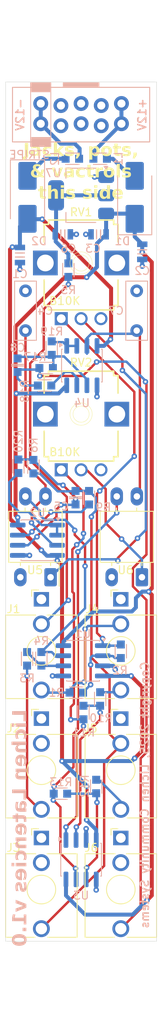
<source format=kicad_pcb>
(kicad_pcb (version 20241229) (generator "pcbnew") (generator_version "9.0")
  (layers (0 "F.Cu" signal) (4 "In1.Cu" signal) (6 "In2.Cu" signal) (2 "B.Cu" signal) (13 "F.Paste" user) (15 "B.Paste" user) (5 "F.SilkS" user "F.Silkscreen") (7 "B.SilkS" user "B.Silkscreen") (1 "F.Mask" user) (3 "B.Mask" user) (25 "Edge.Cuts" user))
  (net 0 "")
  (net 1 "GND")
  (net 2 "-12V")
  (net 3 "+12V")
  (net 4 "/Left Gate/L_VACTROL_OUTPUT")
  (net 5 "L_OUTPUT")
  (net 6 "/Right Gate/R_VACTROL_OUTPUT")
  (net 7 "/Right Gate/R_OUT_BUFFERED")
  (net 8 "Net-(D1-A)")
  (net 9 "Net-(D2-K)")
  (net 10 "Net-(U4B--)")
  (net 11 "Net-(U1B--)")
  (net 12 "Net-(U3A--)")
  (net 13 "+5V")
  (net 14 "Net-(J1-PadTN)")
  (net 15 "/Left Gate/L_IN_UNBUFFERED")
  (net 18 "/Right Gate/R_CV_IN_UNBUFFERED")
  (net 19 "L_CV_INPUT")
  (net 20 "/Right Gate/R_IN_UNBUFFERED")
  (net 22 "/+12V_In")
  (net 23 "/-12V_In")
  (net 24 "Net-(U1A--)")
  (net 25 "/Left Gate/L_CV_BUFFERED")
  (net 26 "Net-(U2B--)")
  (net 27 "/Left Gate/L_BUFFERED")
  (net 28 "Net-(U3B--)")
  (net 29 "/Right Gate/R_CV_BUFFERED")
  (net 30 "/Right Gate/R_BUFFERED")
  (net 31 "Net-(U2A--)")
  (net 32 "/Left Gate/L_CV_ATTENUATED")
  (net 33 "/Right Gate/R_CV_ATTENUATED")
  (net 34 "Net-(R9-Pad1)")
  (net 35 "Net-(U4A--)")
  (net 36 "Net-(R18-Pad1)")
  (footprint "Lichen:Audio_Jack_Thonkiconn_Mono" (layer "F.Cu") (at 105 181.75)
    (property "Reference" "J1")
    (property "Value" "Thonkiconn_Mono_Audio_Jack" (hide yes))
  )
  (footprint "Lichen:Audio_Jack_Thonkiconn_Mono" (layer "F.Cu") (at 105 211.75)
    (property "Reference" "J3")
    (property "Value" "Thonkiconn_Mono_Audio_Jack" (hide yes))
  )
  (footprint "Lichen:Audio_Jack_Thonkiconn_Mono" (layer "F.Cu") (at 105 196.75)
    (property "Reference" "J2")
    (property "Value" "Thonkiconn_Mono_Audio_Jack" (hide yes))
  )
  (footprint "Lichen:Potentiometer_Alpha_RD901_Eurorack" (layer "F.Cu") (at 110 152)
    (property "Reference" "RV2")
    (property "Value" "B10K")
  )
  (footprint "Lichen:Audio_Jack_Thonkiconn_Mono" (layer "F.Cu") (at 115 181.75)
    (property "Reference" "J4")
    (property "Value" "Thonkiconn_Mono_Audio_Jack" (hide yes))
  )
  (footprint "Lichen:NSL-32" (layer "F.Cu") (at 117.66 172.5 90)
    (property "Reference" "U6")
    (property "Value" "NSL-32R3 60R@20mA" (hide yes))
  )
  (footprint "Lichen:Potentiometer_Alpha_RD901_Eurorack" (layer "F.Cu") (at 110 133)
    (property "Reference" "RV1")
    (property "Value" "B10K")
  )
  (footprint "Lichen:Audio_Jack_Thonkiconn_Mono" (layer "F.Cu") (at 115 211.75)
    (property "Reference" "J6")
    (property "Value" "Thonkiconn_Mono_Audio_Jack" (hide yes))
  )
  (footprint "Lichen:Audio_Jack_Thonkiconn_Mono" (layer "F.Cu") (at 115 196.75)
    (property "Reference" "J5")
    (property "Value" "Thonkiconn_Mono_Audio_Jack" (hide yes))
  )
  (footprint "Lichen:NSL-32" (layer "F.Cu") (at 106.16 172.5 90)
    (property "Reference" "U5")
    (property "Value" "NSL-32R3 60R@20mA" (hide yes))
  )
  (footprint "Lichen:R_0603" (layer "B.Cu") (at 110.3 189.5 -90)
    (property "Reference" "R11")
    (property "Value" "100k" (hide yes))
  )
  (footprint "Diode_SMD:D_SMB_Handsoldering" (layer "B.Cu") (at 103.25 124.75 -90)
    (property "Reference" "D2")
    (property "Value" "Schottky" (hide yes))
  )
  (footprint "Lichen:R_0603" (layer "B.Cu") (at 102.1 158.55 90)
    (property "Reference" "R20")
    (property "Value" "10k_0603" (hide yes))
  )
  (footprint "Lichen:R_0603" (layer "B.Cu") (at 105 182.75 90)
    (property "Reference" "R4")
    (property "Value" "100k" (hide yes))
  )
  (footprint "Lichen:R_0603" (layer "B.Cu") (at 108.9 119.9 180)
    (property "Reference" "L2")
    (property "Value" "FerriteBead_0603_2A" (hide yes))
  )
  (footprint "Lichen:C_0805" (layer "B.Cu") (at 107.7 129.4 180)
    (property "Reference" "C6")
    (property "Value" "22uF_0805_25V" (hide yes))
  )
  (footprint "Lichen:R_0603" (layer "B.Cu") (at 112.4 119.9)
    (property "Reference" "L1")
    (property "Value" "FerriteBead_0603_2A" (hide yes))
  )
  (footprint "Lichen:C_0805" (layer "B.Cu") (at 102.3 132 -90)
    (property "Reference" "C1")
    (property "Value" "10uF_0805_25V" (hide yes))
  )
  (footprint "Lichen:R_0603" (layer "B.Cu") (at 105.4 148.4 180)
    (property "Reference" "R18")
    (property "Value" "10k_0603" (hide yes))
  )
  (footprint "Lichen:R_0603" (layer "B.Cu") (at 107.4 199.7 180)
    (property "Reference" "R13")
    (property "Value" "100k" (hide yes))
  )
  (footprint "Lichen:R_0603" (layer "B.Cu") (at 104 158.6 -90)
    (property "Reference" "R8")
    (property "Value" "10k_0603" (hide yes))
  )
  (footprint "Package_SO:SOIC-8_3.9x4.9mm_P1.27mm" (layer "B.Cu") (at 110.1 145.9 -90)
    (property "Reference" "U4")
    (property "Value" "TL072")
  )
  (footprint "Package_SO:SOIC-8_3.9x4.9mm_P1.27mm" (layer "B.Cu") (at 110.25 183 180)
    (property "Reference" "U1")
    (property "Value" "TL072" (hide yes))
  )
  (footprint "Lichen:C_0603" (layer "B.Cu") (at 109.3 162.5 -90)
    (property "Reference" "C5")
    (property "Value" "33pF C0G" (hide yes))
  )
  (footprint "Lichen:R_0603" (layer "B.Cu") (at 106.3 143.7 -90)
    (property "Reference" "R19")
    (property "Value" "10k_0603" (hide yes))
  )
  (footprint "Lichen:R_0603" (layer "B.Cu") (at 111.9 198.8 -90)
    (property "Reference" "R12")
    (property "Value" "100k" (hide yes))
  )
  (footprint "Lichen:C_0805" (layer "B.Cu") (at 117.7 131.6 -90)
    (property "Reference" "C2")
    (property "Value" "10uF_0805_25V" (hide yes))
  )
  (footprint "Capacitor_THT:C_Rect_L7.2mm_W2.5mm_P5.00mm_FKS2_FKP2_MKS2_MKP2" (layer "B.Cu") (at 117 141.5 90)
    (property "Reference" "C7")
    (property "Value" "0.1uF film" (hide yes))
  )
  (footprint "Lichen:C_0805" (layer "B.Cu") (at 112.2 129.4)
    (property "Reference" "C3")
    (property "Value" "22uF_0805_25V" (hide yes))
  )
  (footprint "Lichen:R_0603" (layer "B.Cu") (at 111 162.5 90)
    (property "Reference" "R9")
    (property "Value" "10k_0603" (hide yes))
  )
  (footprint "Diode_SMD:D_SMB_Handsoldering" (layer "B.Cu") (at 116.75 124.75 90)
    (property "Reference" "D1")
    (property "Value" "Schottky" (hide yes))
  )
  (footprint "Lichen:Eurorack_Power_Shrouded_TH_Staggered_Small" (layer "B.Cu") (at 110 114.357 180)
    (property "Reference" "PWR1" (hide yes))
    (property "Value" "Eurorack_Power" (hide yes))
  )
  (footprint "Lichen:R_0603" (layer "B.Cu") (at 109.4 187)
    (property "Reference" "R1")
    (property "Value" "100k" (hide yes))
  )
  (footprint "Package_SO:SOIC-8_3.9x4.9mm_P1.27mm" (layer "B.Cu") (at 104.5 167.845 180)
    (property "Reference" "U2")
    (property "Value" "TL072" (hide yes))
  )
  (footprint "Lichen:C_0603" (layer "B.Cu") (at 102 145.85 90)
    (property "Reference" "C8")
    (property "Value" "33pF C0G" (hide yes))
  )
  (footprint "Package_SO:SOIC-8_3.9x4.9mm_P1.27mm" (layer "B.Cu") (at 110 208 -90)
    (property "Reference" "U3")
    (property "Value" "TL072" (hide yes))
  )
  (footprint "Lichen:R_0603" (layer "B.Cu") (at 105.6 146.2 180)
    (property "Reference" "R17")
    (property "Value" "10k_0603" (hide yes))
  )
  (footprint "Capacitor_THT:C_Rect_L7.2mm_W2.5mm_P5.00mm_FKS2_FKP2_MKS2_MKP2" (layer "B.Cu") (at 103 141.5 90)
    (property "Reference" "C4")
    (property "Value" "0.1uF film" (hide yes))
  )
  (footprint "Package_TO_SOT_SMD:SOT-223-3_TabPin2" (layer "B.Cu") (at 110 124.5 180)
    (property "Reference" "U7")
    (property "Value" "AMS1117-5.0" (hide yes))
  )
  (footprint "Lichen:R_0603" (layer "B.Cu") (at 112.4 187.8 -90)
    (property "Reference" "R10")
    (property "Value" "100k" (hide yes))
  )
  (footprint "Lichen:R_0603" (layer "B.Cu") (at 103.2 182.75 90)
    (property "Reference" "R3")
    (property "Value" "100k" (hide yes))
  )
  (footprint "Lichen:R_0603" (layer "B.Cu") (at 115 181.8 90)
    (property "Reference" "R2")
    (property "Value" "100k" (hide yes))
  )
  (footprint "Lichen:R_0603" (layer "B.Cu") (at 108.4 133.9 -90)
    (property "Reference" "R5")
    (property "Value" "100k" (hide yes))
  )
  (gr_rect (start 100.5 110.25) (end 119.5 218.25) (stroke (width 0.05)) (fill no) (layer "Edge.Cuts"))
  (gr_text "Jacks, pots,\n& vactrols\nthis side" (at 109.97 125.2 0) (layer "F.SilkS") (effects (font (size 1.6 1.6) (thickness 0.32) (bold yes)) (justify bottom)))
  (gr_text "Lichen Latencies v1.0" (at 103.4 189.1 90) (layer "B.SilkS") (effects (font (size 1.75 1.75) (thickness 0.2) (bold yes)) (justify left bottom mirror)))
  (gr_text "Copyright 2025, Lichen Community Systems" (at 118.6 183 90) (layer "B.SilkS") (effects (font (size 1 1) (thickness 0.2)) (justify left bottom mirror)))
  (via (at 117.7 133.4) (size 0.7) (drill 0.3) (layers "F.Cu" "B.Cu") (net 1))
  (via (at 102.3 133.8) (size 0.7) (drill 0.3) (layers "F.Cu" "B.Cu") (net 1))
  (via (at 109.4 129.4) (size 0.7) (drill 0.3) (layers "F.Cu" "B.Cu") (net 1))
  (via (at 111.7 122.2) (size 0.7) (drill 0.3) (layers "F.Cu" "B.Cu") (net 1))
  (via (at 112 149.8) (size 0.7) (drill 0.3) (layers "F.Cu" "B.Cu") (net 1))
  (via (at 111.9 211.8) (size 0.7) (drill 0.3) (layers "F.Cu" "B.Cu") (net 1))
  (via (at 103.5 169.75) (size 0.7) (drill 0.3) (layers "F.Cu" "B.Cu") (net 1))
  (via (at 110.635 204.1) (size 0.7) (drill 0.3) (layers "F.Cu" "B.Cu") (net 1))
  (via (at 110.6 129.4) (size 0.7) (drill 0.3) (layers "F.Cu" "B.Cu") (net 1))
  (via (at 114.3 184.1) (size 0.7) (drill 0.3) (layers "F.Cu" "B.Cu") (net 1))
  (via (at 106.4 184.9) (size 0.7) (drill 0.3) (layers "F.Cu" "B.Cu") (net 1))
  (segment (start 110.6 129.4) (end 111.25 129.4) (width 0.5) (layer "B.Cu") (net 1))
  (segment (start 107.775 184.905) (end 106.405 184.905) (width 0.5) (layer "B.Cu") (net 1))
  (segment (start 111.7 122.2) (end 113.15 122.2) (width 0.5) (layer "B.Cu") (net 1))
  (segment (start 112.005 149.795) (end 112 149.8) (width 0.5) (layer "B.Cu") (net 1))
  (segment (start 114.3 184.1) (end 114.3 183.894414) (width 0.5) (layer "B.Cu") (net 1))
  (segment (start 110.635 204.1) (end 110.635 205.525) (width 0.5) (layer "B.Cu") (net 1))
  (segment (start 102.3 132.95) (end 102.3 133.8) (width 0.5) (layer "B.Cu") (net 1))
  (segment (start 111.905 210.475) (end 111.905 211.795) (width 0.5) (layer "B.Cu") (net 1))
  (segment (start 111.905 211.795) (end 111.9 211.8) (width 0.5) (layer "B.Cu") (net 1))
  (segment (start 114.040586 183.635) (end 112.725 183.635) (width 0.5) (layer "B.Cu") (net 1))
  (segment (start 109.4 129.4) (end 108.65 129.4) (width 0.5) (layer "B.Cu") (net 1))
  (segment (start 114.3 183.894414) (end 114.040586 183.635) (width 0.5) (layer "B.Cu") (net 1))
  (segment (start 112.005 148.375) (end 112.005 149.795) (width 0.5) (layer "B.Cu") (net 1))
  (segment (start 106.405 184.905) (end 106.4 184.9) (width 0.5) (layer "B.Cu") (net 1))
  (segment (start 102.025 169.75) (end 103.5 169.75) (width 0.5) (layer "B.Cu") (net 1))
  (segment (start 117.7 132.55) (end 117.7 133.4) (width 0.5) (layer "B.Cu") (net 1))
  (segment (start 113.7 142.6) (end 113.776 142.524) (width 0.5) (layer "F.Cu") (net 2))
  (segment (start 101.350001 131) (end 101.051 131.299001) (width 0.5) (layer "F.Cu") (net 2))
  (segment (start 101.051 165.151) (end 105 169.1) (width 0.5) (layer "F.Cu") (net 2))
  (segment (start 107.6 171) (end 107.6 195.6) (width 0.5) (layer "F.Cu") (net 2))
  (segment (start 110.7 198.8) (end 110.7 203) (width 0.5) (layer "F.Cu") (net 2))
  (segment (start 101.051 131.299001) (end 101.051 165.151) (width 0.5) (layer "F.Cu") (net 2))
  (segment (start 117.7 194.3) (end 117.7 186.3) (width 0.5) (layer "F.Cu") (net 2))
  (segment (start 107 170.4) (end 107.6 171) (width 0.5) (layer "F.Cu") (net 2))
  (segment (start 116.75 195.25) (end 117.7 194.3) (width 0.5) (layer "F.Cu") (net 2))
  (segment (start 113.776 136.176) (end 105.1 127.5) (width 0.5) (layer "F.Cu") (net 2))
  (segment (start 113.776 142.524) (end 113.776 136.176) (width 0.5) (layer "F.Cu") (net 2))
  (segment (start 117.7 186.3) (end 116.3 184.9) (width 0.5) (layer "F.Cu") (net 2))
  (via (at 116.3 184.9) (size 0.7) (drill 0.3) (layers "F.Cu" "B.Cu") (net 2))
  (via (at 110.7 198.8) (size 0.7) (drill 0.3) (layers "F.Cu" "B.Cu") (net 2))
  (via (at 110.7 203) (size 0.7) (drill 0.3) (layers "F.Cu" "B.Cu") (net 2))
  (via (at 101.350001 131) (size 0.7) (drill 0.3) (layers "F.Cu" "B.Cu") (net 2))
  (via (at 105.1 127.5) (size 0.7) (drill 0.3) (layers "F.Cu" "B.Cu") (net 2))
  (via (at 107 170.4) (size 0.7) (drill 0.3) (layers "F.Cu" "B.Cu") (net 2))
  (via (at 105 169.1) (size 0.7) (drill 0.3) (layers "F.Cu" "B.Cu") (net 2))
  (via (at 107.6 195.6) (size 0.7) (drill 0.3) (layers "F.Cu" "B.Cu") (net 2))
  (via (at 113.7 142.6) (size 0.7) (drill 0.3) (layers "F.Cu" "B.Cu") (net 2))
  (via (at 116.75 195.25) (size 0.7) (drill 0.3) (layers "F.Cu" "B.Cu") (net 2))
  (segment (start 107 169.8) (end 106.975 169.775) (width 0.5) (layer "B.Cu") (net 2))
  (segment (start 116.4 195.6) (end 107.6 195.6) (width 0.5) (layer "B.Cu") (net 2))
  (segment (start 101.350001 131) (end 101.400001 131.05) (width 0.5) (layer "B.Cu") (net 2))
  (segment (start 105.7 169.8) (end 106.925 169.8) (width 0.5) (layer "B.Cu") (net 2))
  (segment (start 103.3 127.5) (end 103.25 127.45) (width 0.5) (layer "B.Cu") (net 2))
  (segment (start 112.875 143.425) (end 113.7 142.6) (width 0.5) (layer "B.Cu") (net 2))
  (segment (start 105.1 127.5) (end 103.3 127.5) (width 0.5) (layer "B.Cu") (net 2))
  (segment (start 105 169.1) (end 105.7 169.8) (width 0.5) (layer "B.Cu") (net 2))
  (segment (start 112.73 184.9) (end 112.725 184.905) (width 0.5) (layer "B.Cu") (net 2))
  (segment (start 101.400001 131.05) (end 102.3 131.05) (width 0.5) (layer "B.Cu") (net 2))
  (segment (start 102.3 128.4) (end 103.25 127.45) (width 0.5) (layer "B.Cu") (net 2))
  (segment (start 102.3 131.05) (end 102.3 128.4) (width 0.5) (layer "B.Cu") (net 2))
  (segment (start 116.3 184.9) (end 112.73 184.9) (width 0.5) (layer "B.Cu") (net 2))
  (segment (start 110.7 203.032214) (end 111.905 204.237214) (width 0.5) (layer "B.Cu") (net 2))
  (segment (start 111.905 204.237214) (end 111.905 205.525) (width 0.5) (layer "B.Cu") (net 2))
  (segment (start 112.005 143.425) (end 112.875 143.425) (width 0.5) (layer "B.Cu") (net 2))
  (segment (start 116.75 195.25) (end 116.4 195.6) (width 0.5) (layer "B.Cu") (net 2))
  (segment (start 110.7 203) (end 110.7 203.032214) (width 0.5) (layer "B.Cu") (net 2))
  (segment (start 107 170.4) (end 107 169.8) (width 0.5) (layer "B.Cu") (net 2))
  (segment (start 106.925 169.8) (end 106.975 169.75) (width 0.5) (layer "B.Cu") (net 2))
  (segment (start 107.6 195.6) (end 110.7 198.7) (width 0.5) (layer "B.Cu") (net 2))
  (segment (start 110.7 198.7) (end 110.7 198.8) (width 0.5) (layer "B.Cu") (net 2))
  (segment (start 118.5 174.3) (end 118.9 173.9) (width 0.5) (layer "F.Cu") (net 3))
  (segment (start 118.3 213.1) (end 118.9 212.5) (width 0.5) (layer "F.Cu") (net 3))
  (segment (start 101.749 164.717628) (end 101.749 140.981818) (width 0.5) (layer "F.Cu") (net 3))
  (segment (start 118.9 132.9) (end 117.7 131.7) (width 0.5) (layer "F.Cu") (net 3))
  (segment (start 118.9 212.5) (end 118.9 174.7) (width 0.5) (layer "F.Cu") (net 3))
  (segment (start 118.9 173.9) (end 118.9 132.9) (width 0.5) (layer "F.Cu") (net 3))
  (segment (start 101.749 140.981818) (end 107.930818 134.8) (width 0.5) (layer "F.Cu") (net 3))
  (segment (start 107.930818 134.8) (end 110.7 134.8) (width 0.5) (layer "F.Cu") (net 3))
  (segment (start 102.015686 164.984314) (end 101.749 164.717628) (width 0.5) (layer "F.Cu") (net 3))
  (segment (start 117.7 131.7) (end 117.7 131.649998) (width 0.5) (layer "F.Cu") (net 3))
  (segment (start 118.9 174.7) (end 118.5 174.3) (width 0.5) (layer "F.Cu") (net 3))
  (via (at 102.015686 164.984314) (size 0.7) (drill 0.3) (layers "F.Cu" "B.Cu") (net 3))
  (via (at 118.3 213.1) (size 0.7) (drill 0.3) (layers "F.Cu" "B.Cu") (net 3))
  (via (at 110.7 134.8) (size 0.7) (drill 0.3) (layers "F.Cu" "B.Cu") (net 3))
  (via (at 101.851 149.4) (size 0.7) (drill 0.3) (layers "F.Cu" "B.Cu") (net 3))
  (via (at 117.7 131.649998) (size 0.7) (drill 0.3) (layers "F.Cu" "B.Cu") (net 3))
  (via (at 118.5 174.3) (size 0.7) (drill 0.3) (layers "F.Cu" "B.Cu") (net 3))
  (segment (start 118.5 174.3) (end 117.7 174.3) (width 0.5) (layer "B.Cu") (net 3))
  (segment (start 108.1 212.5) (end 108.1 210.48) (width 0.5) (layer "B.Cu") (net 3))
  (segment (start 110.7 134.8) (end 112 133.5) (width 0.5) (layer "B.Cu") (net 3))
  (segment (start 111.567214 176.8) (end 107.775 180.592214) (width 0.5) (layer "B.Cu") (net 3))
  (segment (start 110.5 214.9) (end 108.1 212.5) (width 0.5) (layer "B.Cu") (net 3))
  (segment (start 107.775 180.592214) (end 107.775 181.095) (width 0.5) (layer "B.Cu") (net 3))
  (segment (start 113.15 126.8) (end 113.15 129.4) (width 0.5) (layer "B.Cu") (net 3))
  (segment (start 107.17 149.4) (end 101.851 149.4) (width 0.5) (layer "B.Cu") (net 3))
  (segment (start 118.3 213.1) (end 116.5 214.9) (width 0.5) (layer "B.Cu") (net 3))
  (segment (start 113.15 126.8) (end 116.1 126.8) (width 0.5) (layer "B.Cu") (net 3))
  (segment (start 102.025 164.993628) (end 102.015686 164.984314) (width 0.5) (layer "B.Cu") (net 3))
  (segment (start 117.7 174.3) (end 116.9 175.1) (width 0.5) (layer "B.Cu") (net 3))
  (segment (start 108.1 210.48) (end 108.095 210.475) (width 0.5) (layer "B.Cu") (net 3))
  (segment (start 108.195 148.375) (end 107.17 149.4) (width 0.5) (layer "B.Cu") (net 3))
  (segment (start 112 133.5) (end 112 130.55) (width 0.5) (layer "B.Cu") (net 3))
  (segment (start 116.1 126.8) (end 116.75 127.45) (width 0.5) (layer "B.Cu") (net 3))
  (segment (start 117.7 130.65) (end 117.7 131.649998) (width 0.5) (layer "B.Cu") (net 3))
  (segment (start 102.025 165.94) (end 102.025 164.993628) (width 0.5) (layer "B.Cu") (net 3))
  (segment (start 112 130.55) (end 113.15 129.4) (width 0.5) (layer "B.Cu") (net 3))
  (segment (start 116.9 176.3) (end 116.4 176.8) (width 0.5) (layer "B.Cu") (net 3))
  (segment (start 116.75 129.7) (end 117.7 130.65) (width 0.5) (layer "B.Cu") (net 3))
  (segment (start 116.5 214.9) (end 110.5 214.9) (width 0.5) (layer "B.Cu") (net 3))
  (segment (start 116.75 127.45) (end 116.75 129.7) (width 0.5) (layer "B.Cu") (net 3))
  (segment (start 116.4 176.8) (end 111.567214 176.8) (width 0.5) (layer "B.Cu") (net 3))
  (segment (start 116.9 175.1) (end 116.9 176.3) (width 0.5) (layer "B.Cu") (net 3))
  (segment (start 103.8 165.6) (end 103.8 164.06) (width 0.3) (layer "F.Cu") (net 4))
  (segment (start 103 141.5) (end 103 158.4) (width 0.3) (layer "F.Cu") (net 4))
  (segment (start 103.755025 165.644975) (end 103.8 165.6) (width 0.3) (layer "F.Cu") (net 4))
  (segment (start 103.8 164.06) (end 105.52 162.34) (width 0.3) (layer "F.Cu") (net 4))
  (segment (start 103 158.4) (end 105.52 160.92) (width 0.3) (layer "F.Cu") (net 4))
  (segment (start 105.52 160.92) (end 105.52 162.34) (width 0.3) (layer "F.Cu") (net 4))
  (via (at 103.755025 165.644975) (size 0.7) (drill 0.3) (layers "F.Cu" "B.Cu") (net 4))
  (segment (start 103.822735 165.8) (end 106.502735 168.48) (width 0.3) (layer "B.Cu") (net 4))
  (segment (start 103.822735 165.712685) (end 103.822735 165.8) (width 0.3) (layer "B.Cu") (net 4))
  (segment (start 106.502735 168.48) (end 106.975 168.48) (width 0.3) (layer "B.Cu") (net 4))
  (segment (start 103.755025 165.644975) (end 103.822735 165.712685) (width 0.3) (layer "B.Cu") (net 4))
  (segment (start 113.584 192.204) (end 114.75 193.37) (width 0.3) (layer "F.Cu") (net 5))
  (segment (start 112.9 208.77) (end 105 216.67) (width 0.3) (layer "F.Cu") (net 5))
  (segment (start 111.3 164.9) (end 111.3 182.608636) (width 0.3) (layer "F.Cu") (net 5))
  (segment (start 111.3 182.608636) (end 113.584 184.892636) (width 0.3) (layer "F.Cu") (net 5))
  (segment (start 105 216.67) (end 105 216.92) (width 0.3) (layer "F.Cu") (net 5))
  (segment (start 115 193.62) (end 112.9 195.72) (width 0.3) (layer "F.Cu") (net 5))
  (segment (start 115 193.37) (end 115 193.62) (width 0.3) (layer "F.Cu") (net 5))
  (segment (start 112.9 195.72) (end 112.9 208.77) (width 0.3) (layer "F.Cu") (net 5))
  (segment (start 114.75 193.37) (end 115 193.37) (width 0.3) (layer "F.Cu") (net 5))
  (segment (start 113.584 184.892636) (end 113.584 192.204) (width 0.3) (layer "F.Cu") (net 5))
  (via (at 111.3 164.9) (size 0.7) (drill 0.3) (layers "F.Cu" "B.Cu") (net 5))
  (segment (start 109.25 161.7) (end 109.3 161.65) (width 0.3) (layer "B.Cu") (net 5))
  (segment (start 111.3 164.9) (end 111.3 164.690834) (width 0.3) (layer "B.Cu") (net 5))
  (segment (start 111.851 164.139834) (end 111.851 162.501) (width 0.3) (layer "B.Cu") (net 5))
  (segment (start 107.05 161.7) (end 109.25 161.7) (width 0.3) (layer "B.Cu") (net 5))
  (segment (start 111.3 164.690834) (end 111.851 164.139834) (width 0.3) (layer "B.Cu") (net 5))
  (segment (start 111.851 162.501) (end 111 161.65) (width 0.3) (layer "B.Cu") (net 5))
  (segment (start 111 161.65) (end 109.3 161.65) (width 0.3) (layer "B.Cu") (net 5))
  (segment (start 104 159.45) (end 104.8 159.45) (width 0.3) (layer "B.Cu") (net 5))
  (segment (start 104.8 159.45) (end 107.05 161.7) (width 0.3) (layer "B.Cu") (net 5))
  (segment (start 117.4 161.96) (end 117.02 162.34) (width 0.3) (layer "F.Cu") (net 6))
  (segment (start 117.4 141.9) (end 117.4 161.96) (width 0.3) (layer "F.Cu") (net 6))
  (segment (start 117 141.5) (end 117.4 141.9) (width 0.3) (layer "F.Cu") (net 6))
  (segment (start 110.735 143.425) (end 110.735 142.450001) (width 0.3) (layer "B.Cu") (net 6))
  (segment (start 110.735 143.425) (end 110.735 144.399999) (width 0.3) (layer "B.Cu") (net 6))
  (segment (start 116.6 141.9) (end 117 141.5) (width 0.3) (layer "B.Cu") (net 6))
  (segment (start 111.285001 141.9) (end 116.6 141.9) (width 0.3) (layer "B.Cu") (net 6))
  (segment (start 110.735 142.450001) (end 111.285001 141.9) (width 0.3) (layer "B.Cu") (net 6))
  (segment (start 104.8 147.2) (end 110.2 147.2) (width 0.3) (layer "F.Cu") (net 7))
  (segment (start 118.228 175.355078) (end 118.228 194.518704) (width 0.3) (layer "F.Cu") (net 7))
  (segment (start 117.5 195.246704) (end 117.5 214.17) (width 0.3) (layer "F.Cu") (net 7))
  (segment (start 116.524 171.348922) (end 116.524 173.651078) (width 0.3) (layer "F.Cu") (net 7))
  (segment (start 118.228 194.518704) (end 117.5 195.246704) (width 0.3) (layer "F.Cu") (net 7))
  (segment (start 116.524 173.651078) (end 118.228 175.355078) (width 0.3) (layer "F.Cu") (net 7))
  (segment (start 110.2 147.2) (end 111.955025 145.444975) (width 0.3) (layer "F.Cu") (net 7))
  (segment (start 118.1 147.929) (end 118.229 148.058) (width 0.3) (layer "F.Cu") (net 7))
  (segment (start 117.5 214.17) (end 115 216.67) (width 0.3) (layer "F.Cu") (net 7))
  (segment (start 118.229 148.058) (end 118.229 169.643922) (width 0.3) (layer "F.Cu") (net 7))
  (segment (start 118.229 169.643922) (end 116.524 171.348922) (width 0.3) (layer "F.Cu") (net 7))
  (segment (start 115 216.67) (end 115 216.92) (width 0.3) (layer "F.Cu") (net 7))
  (via (at 111.955025 145.444975) (size 0.7) (drill 0.3) (layers "F.Cu" "B.Cu") (net 7))
  (via (at 118.1 147.929) (size 0.7) (drill 0.3) (layers "F.Cu" "B.Cu") (net 7))
  (via (at 104.8 147.2) (size 0.7) (drill 0.3) (layers "F.Cu" "B.Cu") (net 7))
  (segment (start 104.55 146.4) (end 102.3 146.4) (width 0.3) (layer "B.Cu") (net 7))
  (segment (start 104.75 146.2) (end 104.55 146.4) (width 0.3) (layer "B.Cu") (net 7))
  (segment (start 102.3 146.4) (end 102 146.7) (width 0.3) (layer "B.Cu") (net 7))
  (segment (start 104.8 146.25) (end 104.75 146.2) (width 0.3) (layer "B.Cu") (net 7))
  (segment (start 104.65 146.2) (end 104.45 146.4) (width 0.3) (layer "B.Cu") (net 7))
  (segment (start 118.1 147.8) (end 115.7 145.4) (width 0.3) (layer "B.Cu") (net 7))
  (segment (start 102 147.5) (end 102 146.7) (width 0.3) (layer "B.Cu") (net 7))
  (segment (start 102.9 148.4) (end 102 147.5) (width 0.3) (layer "B.Cu") (net 7))
  (segment (start 104.75 146.2) (end 104.65 146.2) (width 0.3) (layer "B.Cu") (net 7))
  (segment (start 104.55 148.4) (end 102.9 148.4) (width 0.3) (layer "B.Cu") (net 7))
  (segment (start 115.7 145.4) (end 112 145.4) (width 0.3) (layer "B.Cu") (net 7))
  (segment (start 118.1 147.929) (end 118.1 147.8) (width 0.3) (layer "B.Cu") (net 7))
  (segment (start 104.8 147.2) (end 104.8 146.25) (width 0.3) (layer "B.Cu") (net 7))
  (segment (start 112 145.4) (end 111.955025 145.444975) (width 0.3) (layer "B.Cu") (net 7))
  (segment (start 113.3125 119.9) (end 114 119.9) (width 0.5) (layer "B.Cu") (net 8))
  (segment (start 114 119.9) (end 115.4 121.3) (width 0.5) (layer "B.Cu") (net 8))
  (segment (start 117.3 121.5) (end 116.75 122.05) (width 0.5) (layer "B.Cu") (net 8))
  (segment (start 116 121.3) (end 116.75 122.05) (width 0.5) (layer "B.Cu") (net 8))
  (segment (start 116.1375 122.6625) (end 116.75 122.05) (width 0.5) (layer "B.Cu") (net 8))
  (segment (start 115.4 121.3) (end 116 121.3) (width 0.5) (layer "B.Cu") (net 8))
  (segment (start 105.4 119.9) (end 107.9875 119.9) (width 0.5) (layer "B.Cu") (net 9))
  (segment (start 102.5875 121.3875) (end 103.25 122.05) (width 0.5) (layer "B.Cu") (net 9))
  (segment (start 103.8625 122.6625) (end 103.25 122.05) (width 0.5) (layer "B.Cu") (net 9))
  (segment (start 103.25 122.05) (end 105.4 119.9) (width 0.5) (layer "B.Cu") (net 9))
  (segment (start 107.851 144.751) (end 110.735 147.635) (width 0.3) (layer "B.Cu") (net 10))
  (segment (start 102 145) (end 102.2 144.8) (width 0.3) (layer "B.Cu") (net 10))
  (segment (start 102.2 144.8) (end 106.05 144.8) (width 0.3) (layer "B.Cu") (net 10))
  (segment (start 106.3 144.55) (end 106.5 144.75) (width 0.3) (layer "B.Cu") (net 10))
  (segment (start 106.5 144.75) (end 106.5 146.05) (width 0.3) (layer "B.Cu") (net 10))
  (segment (start 106.5 146.05) (end 106.45 146.1) (width 0.3) (layer "B.Cu") (net 10))
  (segment (start 106.4 144.55) (end 106.601 144.751) (width 0.3) (layer "B.Cu") (net 10))
  (segment (start 106.45 146.1) (end 106.45 146.2) (width 0.3) (layer "B.Cu") (net 10))
  (segment (start 110.735 147.635) (end 110.735 148.375) (width 0.3) (layer "B.Cu") (net 10))
  (segment (start 106.3 144.55) (end 106.4 144.55) (width 0.3) (layer "B.Cu") (net 10))
  (segment (start 106.601 144.751) (end 107.851 144.751) (width 0.3) (layer "B.Cu") (net 10))
  (segment (start 106.05 144.8) (end 106.3 144.55) (width 0.3) (layer "B.Cu") (net 10))
  (segment (start 107.775 183.635) (end 105.035 183.635) (width 0.3) (layer "B.Cu") (net 11))
  (segment (start 104.9 183.6) (end 103.2 181.9) (width 0.3) (layer "B.Cu") (net 11))
  (segment (start 105 183.6) (end 104.9 183.6) (width 0.5) (layer "B.Cu") (net 11))
  (segment (start 105.035 183.635) (end 105 183.6) (width 0.5) (layer "B.Cu") (net 11))
  (segment (start 109.9 192.891364) (end 109.9 203.4) (width 0.3) (layer "F.Cu") (net 12))
  (segment (start 112.4 190.391364) (end 109.9 192.891364) (width 0.3) (layer "F.Cu") (net 12))
  (segment (start 109.9 203.4) (end 109.4 203.9) (width 0.3) (layer "F.Cu") (net 12))
  (segment (start 112.4 189.5) (end 112.4 190.391364) (width 0.3) (layer "F.Cu") (net 12))
  (via (at 112.4 189.5) (size 0.7) (drill 0.3) (layers "F.Cu" "B.Cu") (net 12))
  (via (at 109.4 203.9) (size 0.7) (drill 0.3) (layers "F.Cu" "B.Cu") (net 12))
  (segment (start 109.365 203.935) (end 109.4 203.9) (width 0.3) (layer "B.Cu") (net 12))
  (segment (start 109.365 205.525) (end 109.365 203.935) (width 0.3) (layer "B.Cu") (net 12))
  (segment (start 112.4 188.65) (end 110.3 188.65) (width 0.3) (layer "B.Cu") (net 12))
  (segment (start 112.4 189.5) (end 112.4 188.65) (width 0.3) (layer "B.Cu") (net 12))
  (segment (start 106.85 129.3) (end 106.75 129.4) (width 0.5) (layer "B.Cu") (net 13))
  (segment (start 106.85 124.5) (end 106.85 129.3) (width 0.5) (layer "B.Cu") (net 13))
  (segment (start 106.75 129.95) (end 106.8 130) (width 0.5) (layer "B.Cu") (net 13))
  (segment (start 106.8 130.3) (end 108.4 131.9) (width 0.5) (layer "B.Cu") (net 13))
  (segment (start 108.4 131.9) (end 108.4 133.05) (width 0.5) (layer "B.Cu") (net 13))
  (segment (start 106.75 129.4) (end 106.75 129.95) (width 0.5) (layer "B.Cu") (net 13))
  (segment (start 113.15 124.5) (end 106.85 124.5) (width 0.5) (layer "B.Cu") (net 13))
  (segment (start 106.75 125.55) (end 106.75 124.5) (width 0.5) (layer "B.Cu") (net 13))
  (segment (start 106.8 130) (end 106.8 130.3) (width 0.5) (layer "B.Cu") (net 13))
  (segment (start 108.4 175.4) (end 108.2 175.2) (width 0.3) (layer "F.Cu") (net 14))
  (segment (start 103.591 145.609) (end 105.3 143.9) (width 0.3) (layer "F.Cu") (net 14))
  (segment (start 108.2 162.4) (end 103.591 157.791) (width 0.3) (layer "F.Cu") (net 14))
  (segment (start 105.3 143.9) (end 105.3 138.8) (width 0.3) (layer "F.Cu") (net 14))
  (segment (start 105.3 138.8) (end 108.4 135.7) (width 0.3) (layer "F.Cu") (net 14))
  (segment (start 108.2 175.2) (end 108.2 162.4) (width 0.3) (layer "F.Cu") (net 14))
  (segment (start 103.591 157.791) (end 103.591 145.609) (width 0.3) (layer "F.Cu") (net 14))
  (via (at 108.4 175.4) (size 0.7) (drill 0.3) (layers "F.Cu" "B.Cu") (net 14))
  (via (at 108.4 135.7) (size 0.7) (drill 0.3) (layers "F.Cu" "B.Cu") (net 14))
  (segment (start 108.4 175.4) (end 108.3 175.4) (width 0.3) (layer "B.Cu") (net 14))
  (segment (start 108.3 175.4) (end 105.33 178.37) (width 0.3) (layer "B.Cu") (net 14))
  (segment (start 105.33 178.37) (end 105 178.37) (width 0.3) (layer "B.Cu") (net 14))
  (segment (start 108.4 134.75) (end 108.4 135.7) (width 0.3) (layer "B.Cu") (net 14))
  (segment (start 105 178.37) (end 105 178.62) (width 0.3) (layer "B.Cu") (net 14))
  (segment (start 103.2 200.12) (end 104.75 201.67) (width 0.3) (layer "F.Cu") (net 15))
  (segment (start 104.75 201.67) (end 105 201.67) (width 0.3) (layer "F.Cu") (net 15))
  (segment (start 103.2 184.9) (end 103.2 200.12) (width 0.3) (layer "F.Cu") (net 15))
  (via (at 103.2 184.9) (size 0.7) (drill 0.3) (layers "F.Cu" "B.Cu") (net 15))
  (segment (start 103.2 183.6) (end 103.2 184.9) (width 0.3) (layer "B.Cu") (net 15))
  (segment (start 114.97 186.95) (end 115 186.92) (width 0.3) (layer "B.Cu") (net 18))
  (segment (start 112.4 186.95) (end 114.97 186.95) (width 0.3) (layer "B.Cu") (net 18))
  (segment (start 110.5 179) (end 110.5 185.553313) (width 0.3) (layer "F.Cu") (net 19))
  (segment (start 110.5 185.553313) (end 110.350469 185.702844) (width 0.3) (layer "F.Cu") (net 19))
  (via (at 110.5 179) (size 0.7) (drill 0.3) (layers "F.Cu" "B.Cu") (net 19))
  (via (at 110.350469 185.702844) (size 0.7) (drill 0.3) (layers "F.Cu" "B.Cu") (net 19))
  (segment (start 110.5 179) (end 110.88 178.62) (width 0.3) (layer "B.Cu") (net 19))
  (segment (start 110.88 178.62) (end 115 178.62) (width 0.3) (layer "B.Cu") (net 19))
  (segment (start 109.4 185.8) (end 108.55 186.65) (width 0.3) (layer "B.Cu") (net 19))
  (segment (start 110.253313 185.8) (end 109.4 185.8) (width 0.3) (layer "B.Cu") (net 19))
  (segment (start 110.350469 185.702844) (end 110.253313 185.8) (width 0.3) (layer "B.Cu") (net 19))
  (segment (start 108.55 186.65) (end 108.55 187) (width 0.3) (layer "B.Cu") (net 19))
  (segment (start 105.08 187) (end 108.55 187) (width 0.3) (layer "B.Cu") (net 19))
  (segment (start 105 186.92) (end 105.08 187) (width 0.3) (layer "B.Cu") (net 19))
  (segment (start 112.25 197.95) (end 111.9 197.95) (width 0.3) (layer "B.Cu") (net 20))
  (segment (start 115 201.92) (end 115 200.7) (width 0.3) (layer "B.Cu") (net 20))
  (segment (start 115 200.7) (end 112.25 197.95) (width 0.3) (layer "B.Cu") (net 20))
  (segment (start 115.08 115.52) (end 111.4875 119.1125) (width 0.5) (layer "B.Cu") (net 22))
  (segment (start 115.08 112.96) (end 115.08 115.5) (width 0.5) (layer "B.Cu") (net 22))
  (segment (start 111.4875 119.1125) (end 111.4875 119.9) (width 0.5) (layer "B.Cu") (net 22))
  (segment (start 115.08 115.5) (end 115.08 115.52) (width 0.5) (layer "B.Cu") (net 22))
  (segment (start 104.92 112.96) (end 104.92 115.5) (width 0.5) (layer "B.Cu") (net 23))
  (segment (start 109.2 118) (end 109.8125 118.6125) (width 0.5) (layer "B.Cu") (net 23))
  (segment (start 104.92 115.5) (end 107.42 118) (width 0.5) (layer "B.Cu") (net 23))
  (segment (start 109.8125 118.6125) (end 109.8125 119.9) (width 0.5) (layer "B.Cu") (net 23))
  (segment (start 109.9125 119.8) (end 109.8125 119.9) (width 0.5) (layer "B.Cu") (net 23))
  (segment (start 107.42 118) (end 109.2 118) (width 0.5) (layer "B.Cu") (net 23))
  (segment (start 111.2 186) (end 111.2 183.5) (width 0.3) (layer "F.Cu") (net 24))
  (via (at 111.2 186) (size 0.7) (drill 0.3) (layers "F.Cu" "B.Cu") (net 24))
  (via (at 111.2 183.5) (size 0.7) (drill 0.3) (layers "F.Cu" "B.Cu") (net 24))
  (segment (start 111.2 183.5) (end 111.2 182.6) (width 0.3) (layer "B.Cu") (net 24))
  (segment (start 115 182.65) (end 114.25 182.65) (width 0.3) (layer "B.Cu") (net 24))
  (segment (start 110.25 187) (end 110.25 186.95) (width 0.3) (layer "B.Cu") (net 24))
  (segment (start 111.2 182.6) (end 111.435 182.365) (width 0.3) (layer "B.Cu") (net 24))
  (segment (start 111.435 182.365) (end 112.725 182.365) (width 0.3) (layer "B.Cu") (net 24))
  (segment (start 110.25 186.95) (end 111.2 186) (width 0.3) (layer "B.Cu") (net 24))
  (segment (start 112.76 182.4) (end 112.725 182.365) (width 0.3) (layer "B.Cu") (net 24))
  (segment (start 114 182.4) (end 112.76 182.4) (width 0.3) (layer "B.Cu") (net 24))
  (segment (start 114.25 182.65) (end 114 182.4) (width 0.3) (layer "B.Cu") (net 24))
  (segment (start 116.7 157.3) (end 116.7 149.2) (width 0.3) (layer "F.Cu") (net 25))
  (segment (start 112 179.5) (end 112.7 180.2) (width 0.3) (layer "F.Cu") (net 25))
  (segment (start 116.7 149.2) (end 107.5 140) (width 0.3) (layer "F.Cu") (net 25))
  (segment (start 112.35 161.65) (end 112 162) (width 0.3) (layer "F.Cu") (net 25))
  (segment (start 112 162) (end 112 179.5) (width 0.3) (layer "F.Cu") (net 25))
  (via (at 116.7 157.3) (size 0.7) (drill 0.3) (layers "F.Cu" "B.Cu") (net 25))
  (via (at 112.7 180.2) (size 0.7) (drill 0.3) (layers "F.Cu" "B.Cu") (net 25))
  (via (at 112.35 161.65) (size 0.7) (drill 0.3) (layers "F.Cu" "B.Cu") (net 25))
  (segment (start 112.73 181.1) (end 112.725 181.095) (width 0.3) (layer "B.Cu") (net 25))
  (segment (start 114.85 181.1) (end 112.73 181.1) (width 0.3) (layer "B.Cu") (net 25))
  (segment (start 112.725 181.095) (end 112.725 180.225) (width 0.3) (layer "B.Cu") (net 25))
  (segment (start 115 180.95) (end 114.85 181.1) (width 0.3) (layer "B.Cu") (net 25))
  (segment (start 112.35 161.65) (end 116.7 157.3) (width 0.3) (layer "B.Cu") (net 25))
  (segment (start 112.725 180.225) (end 112.7 180.2) (width 0.3) (layer "B.Cu") (net 25))
  (segment (start 106.9 164.9) (end 104.446473 167.353527) (width 0.3) (layer "F.Cu") (net 26))
  (segment (start 109.3 162.700002) (end 109.3 162.5) (width 0.3) (layer "F.Cu") (net 26))
  (segment (start 107.730026 160.930026) (end 107.719976 160.930026) (width 0.3) (layer "F.Cu") (net 26))
  (segment (start 104.446473 167.353527) (end 104.446473 167.415102) (width 0.3) (layer "F.Cu") (net 26))
  (segment (start 109.3 162.5) (end 107.730026 160.930026) (width 0.3) (layer "F.Cu") (net 26))
  (segment (start 106.9 163.972) (end 106.9 164.9) (width 0.3) (layer "F.Cu") (net 26))
  (segment (start 107.472 163.4) (end 106.9 163.972) (width 0.3) (layer "F.Cu") (net 26))
  (via (at 104.446473 167.415102) (size 0.7) (drill 0.3) (layers "F.Cu" "B.Cu") (net 26))
  (via (at 109.3 162.700002) (size 0.7) (drill 0.3) (layers "F.Cu" "B.Cu") (net 26))
  (via (at 107.719976 160.930026) (size 0.7) (drill 0.3) (layers "F.Cu" "B.Cu") (net 26))
  (via (at 107.472 163.4) (size 0.7) (drill 0.3) (layers "F.Cu" "B.Cu") (net 26))
  (segment (start 104.384898 167.415102) (end 103.32 168.48) (width 0.3) (layer "B.Cu") (net 26))
  (segment (start 107.05 160.8) (end 104 157.75) (width 0.3) (layer "B.Cu") (net 26))
  (segment (start 109.25 163.4) (end 109.3 163.35) (width 0.3) (layer "B.Cu") (net 26))
  (segment (start 107.472 163.4) (end 109.25 163.4) (width 0.3) (layer "B.Cu") (net 26))
  (segment (start 103.32 168.48) (end 102.025 168.48) (width 0.3) (layer "B.Cu") (net 26))
  (segment (start 102.1 157.7) (end 103.95 157.7) (width 0.3) (layer "B.Cu") (net 26))
  (segment (start 107.58995 160.8) (end 107.05 160.8) (width 0.3) (layer "B.Cu") (net 26))
  (segment (start 109.3 162.700002) (end 109.3 163.35) (width 0.3) (layer "B.Cu") (net 26))
  (segment (start 104.446473 167.415102) (end 104.384898 167.415102) (width 0.3) (layer "B.Cu") (net 26))
  (segment (start 103.95 157.7) (end 104 157.75) (width 0.3) (layer "B.Cu") (net 26))
  (segment (start 107.719976 160.930026) (end 107.58995 160.8) (width 0.3) (layer "B.Cu") (net 26))
  (segment (start 110.5 168.474487) (end 109.2 167.174487) (width 0.3) (layer "F.Cu") (net 27))
  (segment (start 109.2 167.174487) (end 109.2 166.6) (width 0.3) (layer "F.Cu") (net 27))
  (segment (start 110.5 171.1) (end 110.5 168.474487) (width 0.3) (layer "F.Cu") (net 27))
  (via (at 109.2 166.6) (size 0.7) (drill 0.3) (layers "F.Cu" "B.Cu") (net 27))
  (via (at 110.5 171.1) (size 0.7) (drill 0.3) (layers "F.Cu" "B.Cu") (net 27))
  (segment (start 108.011678 165.289) (end 105.938322 165.289) (width 0.3) (layer "B.Cu") (net 27))
  (segment (start 104.811475 164.161475) (end 102.99 162.34) (width 0.3) (layer "B.Cu") (net 27))
  (segment (start 107.775 182.365) (end 106.765 182.365) (width 0.5) (layer "B.Cu") (net 27))
  (segment (start 109.2 166.6) (end 109.2 166.477322) (width 0.3) (layer "B.Cu") (net 27))
  (segment (start 104.811475 164.690364) (end 104.811475 164.161475) (width 0.3) (layer "B.Cu") (net 27))
  (segment (start 105.938322 165.289) (end 105.927322 165.3) (width 0.3) (layer "B.Cu") (net 27))
  (segment (start 105.927322 165.3) (end 105.421111 165.3) (width 0.3) (layer "B.Cu") (net 27))
  (segment (start 106.3 181.9) (end 105 181.9) (width 0.3) (layer "B.Cu") (net 27))
  (segment (start 109.2 166.477322) (end 108.011678 165.289) (width 0.3) (layer "B.Cu") (net 27))
  (segment (start 105.421111 165.3) (end 104.811475 164.690364) (width 0.3) (layer "B.Cu") (net 27))
  (segment (start 105 181.9) (end 110.5 176.4) (width 0.3) (layer "B.Cu") (net 27))
  (segment (start 110.5 176.4) (end 110.5 171.1) (width 0.3) (layer "B.Cu") (net 27))
  (segment (start 106.765 182.365) (end 106.3 181.9) (width 0.3) (layer "B.Cu") (net 27))
  (segment (start 112 200.8) (end 112 207.7) (width 0.3) (layer "F.Cu") (net 28))
  (segment (start 112 207.7) (end 110.7 209) (width 0.3) (layer "F.Cu") (net 28))
  (via (at 110.7 209) (size 0.7) (drill 0.3) (layers "F.Cu" "B.Cu") (net 28))
  (via (at 112 200.8) (size 0.7) (drill 0.3) (layers "F.Cu" "B.Cu") (net 28))
  (segment (start 112 200.8) (end 112 199.75) (width 0.3) (layer "B.Cu") (net 28))
  (segment (start 108.25 199.7) (end 111.85 199.7) (width 0.3) (layer "B.Cu") (net 28))
  (segment (start 111.85 199.7) (end 111.9 199.65) (width 0.3) (layer "B.Cu") (net 28))
  (segment (start 112 199.75) (end 111.9 199.65) (width 0.3) (layer "B.Cu") (net 28))
  (segment (start 110.7 210.41) (end 110.635 210.475) (width 0.3) (layer "B.Cu") (net 28))
  (segment (start 110.7 209) (end 110.7 210.41) (width 0.3) (layer "B.Cu") (net 28))
  (segment (start 108.7 188.8) (end 108.7 190.4) (width 0.3) (layer "F.Cu") (net 29))
  (segment (start 110.301 167) (end 110.301 161.801) (width 0.3) (layer "F.Cu") (net 29))
  (segment (start 109.1 188.4) (end 108.7 188.8) (width 0.3) (layer "F.Cu") (net 29))
  (segment (start 110.3 191.5) (end 109.472 192.328) (width 0.3) (layer "F.Cu") (net 29))
  (segment (start 109.472 202.528) (end 108.1 203.9) (width 0.3) (layer "F.Cu") (net 29))
  (segment (start 109.447211 168.413062) (end 109.495574 168.413062) (width 0.3) (layer "F.Cu") (net 29))
  (segment (start 109.1 174.528) (end 109.1 188.4) (width 0.3) (layer "F.Cu") (net 29))
  (segment (start 109.472 192.328) (end 109.472 202.528) (width 0.3) (layer "F.Cu") (net 29))
  (segment (start 110.301 161.801) (end 107.5 159) (width 0.3) (layer "F.Cu") (net 29))
  (segment (start 108.899 169.009636) (end 108.899 174.327) (width 0.3) (layer "F.Cu") (net 29))
  (segment (start 110.3 191.2) (end 110.3 191.5) (width 0.3) (layer "F.Cu") (net 29))
  (segment (start 109.447211 168.461425) (end 108.899 169.009636) (width 0.3) (layer "F.Cu") (net 29))
  (segment (start 109.447211 168.413062) (end 109.447211 168.461425) (width 0.3) (layer "F.Cu") (net 29))
  (segment (start 108.899 174.327) (end 109.1 174.528) (width 0.3) (layer "F.Cu") (net 29))
  (via (at 108.7 190.4) (size 0.7) (drill 0.3) (layers "F.Cu" "B.Cu") (net 29))
  (via (at 110.3 191.2) (size 0.7) (drill 0.3) (layers "F.Cu" "B.Cu") (net 29))
  (via (at 108.1 203.9) (size 0.7) (drill 0.3) (layers "F.Cu" "B.Cu") (net 29))
  (via (at 109.447211 168.413062) (size 0.7) (drill 0.3) (layers "F.Cu" "B.Cu") (net 29))
  (via (at 110.301 167) (size 0.7) (drill 0.3) (layers "F.Cu" "B.Cu") (net 29))
  (segment (start 109.495574 168.413062) (end 110.301 167.607636) (width 0.3) (layer "B.Cu") (net 29))
  (segment (start 108.75 190.35) (end 110.3 190.35) (width 0.3) (layer "B.Cu") (net 29))
  (segment (start 110.301 167.607636) (end 110.301 167) (width 0.3) (layer "B.Cu") (net 29))
  (segment (start 110.3 190.35) (end 110.3 191.2) (width 0.3) (layer "B.Cu") (net 29))
  (segment (start 108.095 204.305) (end 108.095 205.525) (width 0.3) (layer "B.Cu") (net 29))
  (segment (start 108.1 203.9) (end 108.1 204.3) (width 0.3) (layer "B.Cu") (net 29))
  (segment (start 108.7 190.4) (end 108.75 190.35) (width 0.3) (layer "B.Cu") (net 29))
  (segment (start 108.1 204.3) (end 108.095 204.305) (width 0.3) (layer "B.Cu") (net 29))
  (segment (start 109.599 191.490364) (end 109.6 191.491364) (width 0.3) (layer "F.Cu") (net 30))
  (segment (start 107.399 201.399) (end 107.399 207.199) (width 0.3) (layer "F.Cu") (net 30))
  (segment (start 109.599 190.909636) (end 109.599 191.490364) (width 0.3) (layer "F.Cu") (net 30))
  (segment (start 109.044 192.150717) (end 109.044 196.356) (width 0.3) (layer "F.Cu") (net 30))
  (segment (start 109.6 169.3) (end 109.6 190.908636) (width 0.3) (layer "F.Cu") (net 30))
  (segment (start 109.044 196.356) (end 106.6 198.8) (width 0.3) (layer "F.Cu") (net 30))
  (segment (start 106.5 200.5) (end 107.399 201.399) (width 0.3) (layer "F.Cu") (net 30))
  (segment (start 109.6 190.908636) (end 109.599 190.909636) (width 0.3) (layer "F.Cu") (net 30))
  (segment (start 107.399 207.199) (end 109.3 209.1) (width 0.3) (layer "F.Cu") (net 30))
  (segment (start 109.6 191.491364) (end 109.6 191.594716) (width 0.3) (layer "F.Cu") (net 30))
  (segment (start 114.49 164.4) (end 114.49 162.34) (width 0.3) (layer "F.Cu") (net 30))
  (segment (start 109.6 191.594716) (end 109.044 192.150717) (width 0.3) (layer "F.Cu") (net 30))
  (via (at 106.6 198.8) (size 0.7) (drill 0.3) (layers "F.Cu" "B.Cu") (net 30))
  (via (at 109.6 169.3) (size 0.7) (drill 0.3) (layers "F.Cu" "B.Cu") (net 30))
  (via (at 114.49 164.4) (size 0.7) (drill 0.3) (layers "F.Cu" "B.Cu") (net 30))
  (via (at 106.5 200.5) (size 0.7) (drill 0.3) (layers "F.Cu" "B.Cu") (net 30))
  (via (at 109.3 209.1) (size 0.7) (drill 0.3) (layers "F.Cu" "B.Cu") (net 30))
  (segment (start 106.55 198.85) (end 106.6 198.8) (width 0.3) (layer "B.Cu") (net 30))
  (segment (start 114.49 164.4) (end 112.59 166.3) (width 0.3) (layer "B.Cu") (net 30))
  (segment (start 109.3 209.1) (end 109.3 210.41) (width 0.3) (layer "B.Cu") (net 30))
  (segment (start 112.59 166.3) (end 112.59 166.31) (width 0.3) (layer "B.Cu") (net 30))
  (segment (start 112.59 166.31) (end 109.6 169.3) (width 0.3) (layer "B.Cu") (net 30))
  (segment (start 106.55 199.7) (end 106.55 198.85) (width 0.3) (layer "B.Cu") (net 30))
  (segment (start 106.5 199.75) (end 106.55 199.7) (width 0.3) (layer "B.Cu") (net 30))
  (segment (start 109.3 210.41) (end 109.365 210.475) (width 0.3) (layer "B.Cu") (net 30))
  (segment (start 106.5 200.5) (end 106.5 199.75) (width 0.3) (layer "B.Cu") (net 30))
  (segment (start 103.4 164.3) (end 102.2 164.3) (width 0.3) (layer "B.Cu") (net 31))
  (segment (start 100.951 160.549) (end 102.1 159.4) (width 0.3) (layer "B.Cu") (net 31))
  (segment (start 100.951 163.051) (end 100.951 160.549) (width 0.3) (layer "B.Cu") (net 31))
  (segment (start 105.04 165.94) (end 103.4 164.3) (width 0.3) (layer "B.Cu") (net 31))
  (segment (start 106.975 165.94) (end 105.04 165.94) (width 0.3) (layer "B.Cu") (net 31))
  (segment (start 106.975 167.21) (end 106.975 165.94) (width 0.3) (layer "B.Cu") (net 31))
  (segment (start 102.2 164.3) (end 100.951 163.051) (width 0.3) (layer "B.Cu") (net 31))
  (segment (start 114.627512 170.072488) (end 114.627512 170.417462) (width 0.3) (layer "F.Cu") (net 32))
  (segment (start 110 140) (end 115.2 145.2) (width 0.3) (layer "F.Cu") (net 32))
  (segment (start 115.2 145.2) (end 115.2 146.5) (width 0.3) (layer "F.Cu") (net 32))
  (segment (start 117.1 167.6) (end 114.627512 170.072488) (width 0.3) (layer "F.Cu") (net 32))
  (via (at 114.627512 170.417462) (size 0.7) (drill 0.3) (layers "F.Cu" "B.Cu") (net 32))
  (via (at 117.1 167.6) (size 0.7) (drill 0.3) (layers "F.Cu" "B.Cu") (net 32))
  (via (at 115.2 146.5) (size 0.7) (drill 0.3) (layers "F.Cu" "B.Cu") (net 32))
  (segment (start 118.156 166.544) (end 117.1 167.6) (width 0.3) (layer "B.Cu") (net 32))
  (segment (start 108.415025 170.244975) (end 106.16 172.5) (width 0.3) (layer "B.Cu") (net 32))
  (segment (start 115.2 146.5) (end 118.156 149.456) (width 0.3) (layer "B.Cu") (net 32))
  (segment (start 114.627512 170.417462) (end 114.455025 170.244975) (width 0.3) (layer "B.Cu") (net 32))
  (segment (start 114.455025 170.244975) (end 108.415025 170.244975) (width 0.3) (layer "B.Cu") (net 32))
  (segment (start 118.156 149.456) (end 118.156 166.544) (width 0.3) (layer "B.Cu") (net 32))
  (segment (start 115.1 167.7) (end 113.1 165.7) (width 0.3) (layer "F.Cu") (net 33))
  (segment (start 117.66 172.46) (end 117.66 172.5) (width 0.3) (layer "F.Cu") (net 33))
  (segment (start 113.1 165.7) (end 113.1 161.408636) (width 0.3) (layer "F.Cu") (net 33))
  (segment (start 113.1 161.408636) (end 110.691364 159) (width 0.3) (layer "F.Cu") (net 33))
  (segment (start 110.691364 159) (end 110 159) (width 0.3) (layer "F.Cu") (net 33))
  (via (at 115.1 167.7) (size 0.7) (drill 0.3) (layers "F.Cu" "B.Cu") (net 33))
  (segment (start 117.66 170.26) (end 117.66 172.46) (width 0.3) (layer "B.Cu") (net 33))
  (segment (start 115.1 167.7) (end 117.66 170.26) (width 0.3) (layer "B.Cu") (net 33))
  (segment (start 103.810076 166.778704) (end 106.2 164.38878) (width 0.3) (layer "F.Cu") (net 34))
  (segment (start 106.2 164.38878) (end 106.2 164.3) (width 0.3) (layer "F.Cu") (net 34))
  (via (at 103.810076 166.778704) (size 0.7) (drill 0.3) (layers "F.Cu" "B.Cu") (net 34))
  (via (at 106.2 164.3) (size 0.7) (drill 0.3) (layers "F.Cu" "B.Cu") (net 34))
  (segment (start 103.810076 166.778704) (end 103.810076 166.789924) (width 0.3) (layer "B.Cu") (net 34))
  (segment (start 103.4 167.2) (end 102.035 167.2) (width 0.3) (layer "B.Cu") (net 34))
  (segment (start 103.810076 166.789924) (end 103.4 167.2) (width 0.3) (layer "B.Cu") (net 34))
  (segment (start 102.035 167.2) (end 102.025 167.21) (width 0.3) (layer "B.Cu") (net 34))
  (segment (start 110.05 164.3) (end 111 163.35) (width 0.3) (layer "B.Cu") (net 34))
  (segment (start 106.2 164.3) (end 110.05 164.3) (width 0.3) (layer "B.Cu") (net 34))
  (segment (start 106.3 142.85) (end 106.4 142.95) (width 0.3) (layer "B.Cu") (net 35))
  (segment (start 106.4 142.95) (end 107.72 142.95) (width 0.3) (layer "B.Cu") (net 35))
  (segment (start 109.465 143.425) (end 108.195 143.425) (width 0.3) (layer "B.Cu") (net 35))
  (segment (start 107.72 142.95) (end 108.195 143.425) (width 0.3) (layer "B.Cu") (net 35))
  (segment (start 109.465 147.400001) (end 109.465 148.375) (width 0.3) (layer "B.Cu") (net 36))
  (segment (start 107.95 146.7) (end 108.764999 146.7) (width 0.3) (layer "B.Cu") (net 36))
  (segment (start 106.25 148.4) (end 107.95 146.7) (width 0.3) (layer "B.Cu") (net 36))
  (segment (start 108.764999 146.7) (end 109.465 147.400001) (width 0.3) (layer "B.Cu") (net 36))
)
</source>
